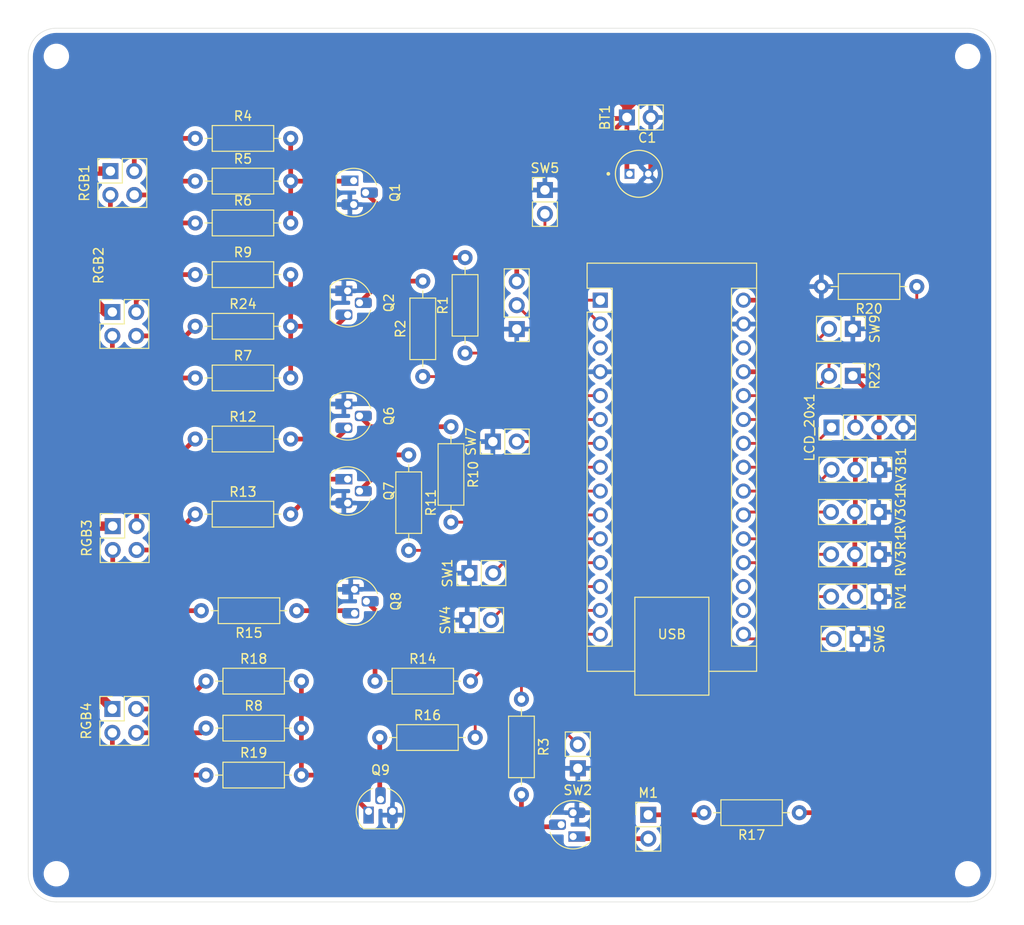
<source format=kicad_pcb>
(kicad_pcb (version 20240108) (generator "pcbnew") (generator_version "8.0")
  (layers (0 "F.Cu" signal) (31 "B.Cu" power) (34 "B.Paste" user) (35 "F.Paste" user) (36 "B.SilkS" user "B.Silkscreen") (37 "F.SilkS" user "F.Silkscreen") (38 "B.Mask" user) (39 "F.Mask" user) (44 "Edge.Cuts" user))
  (net 0 "")
  (net 2 "R3B enable")
  (net 3 "C_button_1")
  (net 4 "R2-enable")
  (net 5 "+5V")
  (net 6 "MC_signal")
  (net 7 "GND")
  (net 8 "R2_S1")
  (net 9 "R3-R")
  (net 11 "MD_light_enable")
  (net 12 "R3R enable")
  (net 14 "SDA")
  (net 15 "R2_S2")
  (net 16 "C_button_3")
  (net 17 "R1-enable")
  (net 18 "R1-D")
  (net 20 "SCL")
  (net 21 "LDR")
  (net 22 "C_button_2")
  (net 23 "R3-G")
  (net 24 "R3_S1")
  (net 25 "R3G enable")
  (net 26 "fan switch")
  (net 27 "VCC")
  (net 28 "R3-B")
  (net 29 "Net-(Q1-C)")
  (net 30 "Net-(Q1-B)")
  (net 31 "Net-(Q2-C)")
  (net 32 "Net-(Q2-B)")
  (net 33 "Net-(M1--)")
  (net 34 "Net-(Q3-B)")
  (net 35 "Net-(Q6-B)")
  (net 36 "Net-(Q6-C)")
  (net 37 "Net-(Q7-C)")
  (net 38 "Net-(Q7-B)")
  (net 39 "Net-(Q8-C)")
  (net 40 "Net-(Q8-B)")
  (net 41 "Net-(Q9-B)")
  (net 42 "Net-(Q9-C)")
  (net 43 "fan enable")
  (net 44 "Net-(RGB1-R)")
  (net 45 "Net-(RGB1-G)")
  (net 46 "Net-(RGB1-B)")
  (net 47 "Net-(RGB2-R)")
  (net 48 "Net-(RGB4-G)")
  (net 49 "Net-(RGB2-B)")
  (net 50 "Net-(RGB3-R)")
  (net 51 "Net-(RGB3-G)")
  (net 52 "Net-(RGB3-B)")
  (net 53 "Net-(M1-+)")
  (net 54 "Net-(RGB4-R)")
  (net 55 "Net-(RGB4-B)")
  (net 56 "Net-(RGB2-G)")
  (footprint "Resistor_THT:R_Axial_DIN0207_L6.3mm_D2.5mm_P10.16mm_Horizontal" (layer "F.Cu") (at 38.28 46.23)
    (property "Reference" "R9" (at 5.08 -2.37 0) (layer "F.SilkS"))
    (property "Value" "300")
    (pad "1" thru_hole circle (at 0 0) (size 1.6 1.6) (drill 0.8) (layers "*.Cu" "*.Mask") (net 49 "Net-(RGB2-B)"))
    (pad "2" thru_hole oval (at 10.16 0) (size 1.6 1.6) (drill 0.8) (layers "*.Cu" "*.Mask") (net 31 "Net-(Q2-C)"))
  )
  (footprint "Connector_PinSocket_2.54mm:PinSocket_2x02_P2.54mm_Vertical" (layer "F.Cu") (at 29.25 35.21 90)
    (property "Reference" "RGB1" (at -1.27 -2.77 90) (layer "F.SilkS"))
    (property "Value" "FD-5WSRGB-A")
    (pad "1" thru_hole rect (at 0 0 90) (size 1.7 1.7) (drill 1) (layers "*.Cu" "*.Mask") (net 27 "VCC"))
    (pad "2" thru_hole oval (at -2.54 0 90) (size 1.7 1.7) (drill 1) (layers "*.Cu" "*.Mask") (net 46 "Net-(RGB1-B)"))
    (pad "3" thru_hole oval (at 0 2.54 90) (size 1.7 1.7) (drill 1) (layers "*.Cu" "*.Mask") (net 44 "Net-(RGB1-R)"))
    (pad "4" thru_hole oval (at -2.54 2.54 90) (size 1.7 1.7) (drill 1) (layers "*.Cu" "*.Mask") (net 45 "Net-(RGB1-G)"))
  )
  (footprint "Resistor_THT:R_Axial_DIN0207_L6.3mm_D2.5mm_P10.16mm_Horizontal" (layer "F.Cu") (at 38.28 57.23)
    (property "Reference" "R7" (at 5.08 -2.37 0) (layer "F.SilkS"))
    (property "Value" "360")
    (pad "1" thru_hole circle (at 0 0) (size 1.6 1.6) (drill 0.8) (layers "*.Cu" "*.Mask") (net 47 "Net-(RGB2-R)"))
    (pad "2" thru_hole oval (at 10.16 0) (size 1.6 1.6) (drill 0.8) (layers "*.Cu" "*.Mask") (net 31 "Net-(Q2-C)"))
  )
  (footprint "Connector_PinSocket_2.54mm:PinSocket_2x02_P2.54mm_Vertical" (layer "F.Cu") (at 29.46 92.46 90)
    (property "Reference" "RGB4" (at -1.27 -2.77 90) (layer "F.SilkS"))
    (property "Value" "FD-5WSRGB-A")
    (pad "1" thru_hole rect (at 0 0 90) (size 1.7 1.7) (drill 1) (layers "*.Cu" "*.Mask") (net 27 "VCC"))
    (pad "2" thru_hole oval (at -2.54 0 90) (size 1.7 1.7) (drill 1) (layers "*.Cu" "*.Mask") (net 55 "Net-(RGB4-B)"))
    (pad "3" thru_hole oval (at 0 2.54 90) (size 1.7 1.7) (drill 1) (layers "*.Cu" "*.Mask") (net 54 "Net-(RGB4-R)"))
    (pad "4" thru_hole oval (at -2.54 2.54 90) (size 1.7 1.7) (drill 1) (layers "*.Cu" "*.Mask") (net 48 "Net-(RGB4-G)"))
  )
  (footprint "Package_TO_SOT_THT:TO-92_HandSolder" (layer "F.Cu") (at 78.5 106.04 90)
    (property "Reference" "Q3")
    (property "Value" "BC547")
    (pad "1" thru_hole rect (at 0 0 90) (size 1.1 1.8) (drill 0.75 (offset 0 0.4)) (layers "*.Cu" "*.Mask") (net 33 "Net-(M1--)"))
    (pad "2" thru_hole roundrect (at 1.27 -1.27 90) (size 1.1 1.8) (drill 0.75 (offset 0 -0.4)) (layers "*.Cu" "*.Mask") (net 34 "Net-(Q3-B)"))
    (pad "3" thru_hole roundrect (at 2.54 0 90) (size 1.1 1.8) (drill 0.75 (offset 0 0.4)) (layers "*.Cu" "*.Mask") (net 7 "GND"))
  )
  (footprint "Connector_PinHeader_2.54mm:PinHeader_1x02_P2.54mm_Vertical" (layer "F.Cu") (at 108.775 85 -90)
    (property "Reference" "SW6" (at 0 -2.33 90) (layer "F.SilkS"))
    (property "Value" "SW_SPST")
    (pad "1" thru_hole rect (at 0 0 270) (size 1.7 1.7) (drill 1) (layers "*.Cu" "*.Mask") (net 7 "GND"))
    (pad "2" thru_hole oval (at 0 2.54 270) (size 1.7 1.7) (drill 1) (layers "*.Cu" "*.Mask") (net 26 "fan switch"))
  )
  (footprint "Connector_PinHeader_2.54mm:PinHeader_1x02_P2.54mm_Vertical" (layer "F.Cu") (at 86.5 103.725)
    (property "Reference" "M1" (at 0 -2.33 0) (layer "F.SilkS"))
    (property "Value" "Fan")
    (pad "1" thru_hole rect (at 0 0) (size 1.7 1.7) (drill 1) (layers "*.Cu" "*.Mask") (net 53 "Net-(M1-+)"))
    (pad "2" thru_hole oval (at 0 2.54) (size 1.7 1.7) (drill 1) (layers "*.Cu" "*.Mask") (net 33 "Net-(M1--)"))
  )
  (footprint "Resistor_THT:R_Axial_DIN0207_L6.3mm_D2.5mm_P10.16mm_Horizontal" (layer "F.Cu") (at 115.08 47.5 180)
    (property "Reference" "R20" (at 5.08 -2.37 0) (layer "F.SilkS"))
    (property "Value" "10k")
    (pad "1" thru_hole circle (at 0 0 180) (size 1.6 1.6) (drill 0.8) (layers "*.Cu" "*.Mask") (net 21 "LDR"))
    (pad "2" thru_hole oval (at 10.16 0 180) (size 1.6 1.6) (drill 0.8) (layers "*.Cu" "*.Mask") (net 7 "GND"))
  )
  (footprint "Connector_PinHeader_2.54mm:PinHeader_1x02_P2.54mm_Vertical" (layer "F.Cu") (at 84.225 29.5 90)
    (property "Reference" "BT1" (at 0 -2.33 90) (layer "F.SilkS"))
    (property "Value" "9V")
    (pad "1" thru_hole rect (at 0 0 90) (size 1.7 1.7) (drill 1) (layers "*.Cu" "*.Mask") (net 27 "VCC"))
    (pad "2" thru_hole oval (at 0 2.54 90) (size 1.7 1.7) (drill 1) (layers "*.Cu" "*.Mask") (net 7 "GND"))
  )
  (footprint "Resistor_THT:R_Axial_DIN0207_L6.3mm_D2.5mm_P10.16mm_Horizontal" (layer "F.Cu") (at 38.28 40.73)
    (property "Reference" "R6" (at 5.08 -2.37 0) (layer "F.SilkS"))
    (property "Value" "300")
    (pad "1" thru_hole circle (at 0 0) (size 1.6 1.6) (drill 0.8) (layers "*.Cu" "*.Mask") (net 46 "Net-(RGB1-B)"))
    (pad "2" thru_hole oval (at 10.16 0) (size 1.6 1.6) (drill 0.8) (layers "*.Cu" "*.Mask") (net 29 "Net-(Q1-C)"))
  )
  (footprint "Resistor_THT:R_Axial_DIN0207_L6.3mm_D2.5mm_P10.16mm_Horizontal" (layer "F.Cu") (at 38.28 51.73)
    (property "Reference" "R24" (at 5.08 -2.37 0) (layer "F.SilkS"))
    (property "Value" "300")
    (pad "1" thru_hole circle (at 0 0) (size 1.6 1.6) (drill 0.8) (layers "*.Cu" "*.Mask") (net 56 "Net-(RGB2-G)"))
    (pad "2" thru_hole oval (at 10.16 0) (size 1.6 1.6) (drill 0.8) (layers "*.Cu" "*.Mask") (net 31 "Net-(Q2-C)"))
  )
  (footprint "Connector_PinHeader_2.54mm:PinHeader_1x03_P2.54mm_Vertical" (layer "F.Cu") (at 111.08 67 -90)
    (property "Reference" "RV3B1" (at 0 -2.33 90) (layer "F.SilkS"))
    (property "Value" "10k")
    (pad "1" thru_hole rect (at 0 0 270) (size 1.7 1.7) (drill 1) (layers "*.Cu" "*.Mask") (net 7 "GND"))
    (pad "2" thru_hole oval (at 0 5.08 270) (size 1.7 1.7) (drill 1) (layers "*.Cu" "*.Mask") (net 28 "R3-B"))
    (pad "3" thru_hole oval (at 0 2.54 270) (size 1.7 1.7) (drill 1) (layers "*.Cu" "*.Mask") (net 5 "+5V"))
  )
  (footprint "Package_TO_SOT_THT:TO-92_HandSolder" (layer "F.Cu") (at 56.73 103.36)
    (property "Reference" "Q9" (at 1.27 -4.4 0) (layer "F.SilkS"))
    (property "Value" "BC547C")
    (pad "1" thru_hole rect (at 0 0) (size 1.1 1.8) (drill 0.75 (offset 0 0.4)) (layers "*.Cu" "*.Mask") (net 42 "Net-(Q9-C)"))
    (pad "2" thru_hole roundrect (at 1.27 -1.27) (size 1.1 1.8) (drill 0.75 (offset 0 -0.4)) (layers "*.Cu" "*.Mask") (net 41 "Net-(Q9-B)"))
    (pad "3" thru_hole roundrect (at 2.54 0) (size 1.1 1.8) (drill 0.75 (offset 0 0.4)) (layers "*.Cu" "*.Mask") (net 7 "GND"))
  )
  (footprint "Connector_PinHeader_2.54mm:PinHeader_1x04_P2.54mm_Vertical" (layer "F.Cu") (at 106 62.5 90)
    (property "Reference" "LCD_20x1" (at 0 -2.33 90) (layer "F.SilkS"))
    (property "Value" "~")
    (pad "1" thru_hole rect (at 0 0 90) (size 1.7 1.7) (drill 1) (layers "*.Cu" "*.Mask") (net 14 "SDA"))
    (pad "2" thru_hole oval (at 0 2.54 90) (size 1.7 1.7) (drill 1) (layers "*.Cu" "*.Mask") (net 20 "SCL"))
    (pad "3" thru_hole oval (at 0 5.08 90) (size 1.7 1.7) (drill 1) (layers "*.Cu" "*.Mask") (net 5 "+5V"))
    (pad "4" thru_hole oval (at 0 7.62 90) (size 1.7 1.7) (drill 1) (layers "*.Cu" "*.Mask") (net 7 "GND"))
  )
  (footprint "MountingHole:MountingHole_2.2mm_M2" (layer "F.Cu") (at 120.5 23)
    (property "Reference" "H1")
    (property "Value" "MountingHole")
    (pad "" np_thru_hole circle (at 0 0) (size 2.2 2.2) (drill 2.2) (layers "*.Cu" "*.Mask"))
  )
  (footprint "Connector_PinHeader_2.54mm:PinHeader_1x02_P2.54mm_Vertical" (layer "F.Cu") (at 67.225 83 90)
    (property "Reference" "SW4" (at 0 -2.33 90) (layer "F.SilkS"))
    (property "Value" "SW_Push")
    (pad "1" thru_hole rect (at 0 0 90) (size 1.7 1.7) (drill 1) (layers "*.Cu" "*.Mask") (net 7 "GND"))
    (pad "2" thru_hole oval (at 0 2.54 90) (size 1.7 1.7) (drill 1) (layers "*.Cu" "*.Mask") (net 22 "C_button_2"))
  )
  (footprint "Connector_PinHeader_2.54mm:PinHeader_1x02_P2.54mm_Vertical" (layer "F.Cu") (at 67.46 78 90)
    (property "Reference" "SW1" (at 0 -2.33 90) (layer "F.SilkS"))
    (property "Value" "SW_SPST")
    (pad "1" thru_hole rect (at 0 0 90) (size 1.7 1.7) (drill 1) (layers "*.Cu" "*.Mask") (net 7 "GND"))
    (pad "2" thru_hole oval (at 0 2.54 90) (size 1.7 1.7) (drill 1) (layers "*.Cu" "*.Mask") (net 8 "R2_S1"))
  )
  (footprint "Package_TO_SOT_THT:TO-92_HandSolder" (layer "F.Cu") (at 54.5 60 -90)
    (property "Reference" "Q6" (at 1.27 -4.4 90) (layer "F.SilkS"))
    (property "Value" "BC547C")
    (pad "1" thru_hole rect (at 0 0 270) (size 1.1 1.8) (drill 0.75 (offset 0 0.4)) (layers "*.Cu" "*.Mask") (net 7 "GND"))
    (pad "2" thru_hole roundrect (at 1.27 -1.27 270) (size 1.1 1.8) (drill 0.75 (offset 0 -0.4)) (layers "*.Cu" "*.Mask") (net 35 "Net-(Q6-B)"))
    (pad "3" thru_hole roundrect (at 2.54 0 270) (size 1.1 1.8) (drill 0.75 (offset 0 0.4)) (layers "*.Cu" "*.Mask") (net 36 "Net-(Q6-C)"))
  )
  (footprint "Resistor_THT:R_Axial_DIN0207_L6.3mm_D2.5mm_P10.16mm_Horizontal" (layer "F.Cu") (at 62.5 57.08 90)
    (property "Reference" "R2" (at 5.08 -2.37 90) (layer "F.SilkS"))
    (property "Value" "15k")
    (pad "1" thru_hole circle (at 0 0 90) (size 1.6 1.6) (drill 0.8) (layers "*.Cu" "*.Mask") (net 17 "R1-enable"))
    (pad "2" thru_hole oval (at 10.16 0 90) (size 1.6 1.6) (drill 0.8) (layers "*.Cu" "*.Mask") (net 32 "Net-(Q2-B)"))
  )
  (footprint "Connector_PinSocket_2.54mm:PinSocket_2x02_P2.54mm_Vertical" (layer "F.Cu") (at 29.5 73 90)
    (property "Reference" "RGB3" (at -1.27 -2.77 90) (layer "F.SilkS"))
    (property "Value" "FD-5WSRGB-A")
    (pad "1" thru_hole rect (at 0 0 90) (size 1.7 1.7) (drill 1) (layers "*.Cu" "*.Mask") (net 27 "VCC"))
    (pad "2" thru_hole oval (at -2.54 0 90) (size 1.7 1.7) (drill 1) (layers "*.Cu" "*.Mask") (net 52 "Net-(RGB3-B)"))
    (pad "3" thru_hole oval (at 0 2.54 90) (size 1.7 1.7) (drill 1) (layers "*.Cu" "*.Mask") (net 50 "Net-(RGB3-R)"))
    (pad "4" thru_hole oval (at -2.54 2.54 90) (size 1.7 1.7) (drill 1) (layers "*.Cu" "*.Mask") (net 51 "Net-(RGB3-G)"))
  )
  (footprint "Resistor_THT:R_Axial_DIN0207_L6.3mm_D2.5mm_P10.16mm_Horizontal" (layer "F.Cu") (at 67 54.58 90)
    (property "Reference" "R1" (at 5.08 -2.37 90) (layer "F.SilkS"))
    (property "Value" "15k")
    (pad "1" thru_hole circle (at 0 0 90) (size 1.6 1.6) (drill 0.8) (layers "*.Cu" "*.Mask") (net 4 "R2-enable"))
    (pad "2" thru_hole oval (at 10.16 0 90) (size 1.6 1.6) (drill 0.8) (layers "*.Cu" "*.Mask") (net 30 "Net-(Q1-B)"))
  )
  (footprint "Connector_PinHeader_2.54mm:PinHeader_1x02_P2.54mm_Vertical" (layer "F.Cu") (at 108.275 57 -90)
    (property "Reference" "R23" (at 0 -2.33 90) (layer "F.SilkS"))
    (property "Value" "LDR03")
    (pad "1" thru_hole rect (at 0 0 270) (size 1.7 1.7) (drill 1) (layers "*.Cu" "*.Mask") (net 5 "+5V"))
    (pad "2" thru_hole oval (at 0 2.54 270) (size 1.7 1.7) (drill 1) (layers "*.Cu" "*.Mask") (net 21 "LDR"))
  )
  (footprint "Connector_PinHeader_2.54mm:PinHeader_1x03_P2.54mm_Vertical" (layer "F.Cu") (at 111.04 76 -90)
    (property "Reference" "RV3R1" (at 0 -2.33 90) (layer "F.SilkS"))
    (property "Value" "10k")
    (pad "1" thru_hole rect (at 0 0 270) (size 1.7 1.7) (drill 1) (layers "*.Cu" "*.Mask") (net 7 "GND"))
    (pad "2" thru_hole oval (at 0 5.08 270) (size 1.7 1.7) (drill 1) (layers "*.Cu" "*.Mask") (net 9 "R3-R"))
    (pad "3" thru_hole oval (at 0 2.54 270) (size 1.7 1.7) (drill 1) (layers "*.Cu" "*.Mask") (net 5 "+5V"))
  )
  (footprint "Package_TO_SOT_THT:TO-92_HandSolder" (layer "F.Cu") (at 54.5 68 -90)
    (property "Reference" "Q7" (at 1.27 -4.4 90) (layer "F.SilkS"))
    (property "Value" "BC547C")
    (pad "1" thru_hole rect (at 0 0 270) (size 1.1 1.8) (drill 0.75 (offset 0 0.4)) (layers "*.Cu" "*.Mask") (net 37 "Net-(Q7-C)"))
    (pad "2" thru_hole roundrect (at 1.27 -1.27 270) (size 1.1 1.8) (drill 0.75 (offset 0 -0.4)) (layers "*.Cu" "*.Mask") (net 38 "Net-(Q7-B)"))
    (pad "3" thru_hole roundrect (at 2.54 0 270) (size 1.1 1.8) (drill 0.75 (offset 0 0.4)) (layers "*.Cu" "*.Mask") (net 7 "GND"))
  )
  (footprint "Package_TO_SOT_THT:TO-92_HandSolder" (layer "F.Cu") (at 55.14 36.23 -90)
    (property "Reference" "Q1" (at 1.27 -4.4 -90) (layer "F.SilkS"))
    (property "Value" "BC547C")
    (pad "1" thru_hole rect (at 0 0 270) (size 1.1 1.8) (drill 0.75 (offset 0 0.4)) (layers "*.Cu" "*.Mask") (net 29 "Net-(Q1-C)"))
    (pad "2" thru_hole roundrect (at 1.27 -1.27 270) (size 1.1 1.8) (drill 0.75 (offset 0 -0.4)) (layers "*.Cu" "*.Mask") (net 30 "Net-(Q1-B)"))
    (pad "3" thru_hole roundrect (at 2.54 0 270) (size 1.1 1.8) (drill 0.75 (offset 0 0.4)) (layers "*.Cu" "*.Mask") (net 7 "GND"))
  )
  (footprint "Connector_PinSocket_2.54mm:PinSocket_2x02_P2.54mm_Vertical" (layer "F.Cu") (at 29.46 50.21 90)
    (property "Reference" "RGB2" (at 4.96 -1.46 90) (layer "F.SilkS"))
    (property "Value" "FD-5WSRGB-A")
    (pad "1" thru_hole rect (at 0 0 90) (size 1.7 1.7) (drill 1) (layers "*.Cu" "*.Mask") (net 27 "VCC"))
    (pad "2" thru_hole oval (at -2.54 0 90) (size 1.7 1.7) (drill 1) (layers "*.Cu" "*.Mask") (net 47 "Net-(RGB2-R)"))
    (pad "3" thru_hole oval (at 0 2.54 90) (size 1.7 1.7) (drill 1) (layers "*.Cu" "*.Mask") (net 49 "Net-(RGB2-B)"))
    (pad "4" thru_hole oval (at -2.54 2.54 90) (size 1.7 1.7) (drill 1) (layers "*.Cu" "*.Mask") (net 56 "Net-(RGB2-G)"))
  )
  (footprint "Resistor_THT:R_Axial_DIN0207_L6.3mm_D2.5mm_P10.16mm_Horizontal" (layer "F.Cu") (at 61 65.42 -90)
    (property "Reference" "R11" (at 5.08 -2.37 90) (layer "F.SilkS"))
    (property "Value" "45k")
    (pad "1" thru_hole circle (at 0 0 270) (size 1.6 1.6) (drill 0.8) (layers "*.Cu" "*.Mask") (net 38 "Net-(Q7-B)"))
    (pad "2" thru_hole oval (at 10.16 0 270) (size 1.6 1.6) (drill 0.8) (layers "*.Cu" "*.Mask") (net 25 "R3G enable"))
  )
  (footprint "Connector_PinHeader_2.54mm:PinHeader_1x03_P2.54mm_Vertical" (layer "F.Cu") (at 111.025 71.5 -90)
    (property "Reference" "RV3G1" (at 0 -2.33 90) (layer "F.SilkS"))
    (property "Value" "10k")
    (pad "1" thru_hole rect (at 0 0 270) (size 1.7 1.7) (drill 1) (layers "*.Cu" "*.Mask") (net 7 "GND"))
    (pad "2" thru_hole oval (at 0 5.08 270) (size 1.7 1.7) (drill 1) (layers "*.Cu" "*.Mask") (net 23 "R3-G"))
    (pad "3" thru_hole oval (at 0 2.54 270) (size 1.7 1.7) (drill 1) (layers "*.Cu" "*.Mask") (net 5 "+5V"))
  )
  (footprint "Resistor_THT:R_Axial_DIN0207_L6.3mm_D2.5mm_P10.16mm_Horizontal" (layer "F.Cu") (at 38.28 71.73)
    (property "Reference" "R13" (at 5.08 -2.37 0) (layer "F.SilkS"))
    (property "Value" "300")
    (pad "1" thru_hole circle (at 0 0) (size 1.6 1.6) (drill 0.8) (layers "*.Cu" "*.Mask") (net 51 "Net-(RGB3-G)"))
    (pad "2" thru_hole oval (at 10.16 0) (size 1.6 1.6) (drill 0.8) (layers "*.Cu" "*.Mask") (net 37 "Net-(Q7-C)"))
  )
  (footprint "Resistor_THT:R_Axial_DIN0207_L6.3mm_D2.5mm_P10.16mm_Horizontal" (layer "F.Cu") (at 102.58 103.5 180)
    (property "Reference" "R17" (at 5.08 -2.37 0) (layer "F.SilkS"))
    (property "Value" "52")
    (pad "1" thru_hole circle (at 0 0 180) (size 1.6 1.6) (drill 0.8) (layers "*.Cu" "*.Mask") (net 27 "VCC"))
    (pad "2" thru_hole oval (at 10.16 0 180) (size 1.6 1.6) (drill 0.8) (layers "*.Cu" "*.Mask") (net 53 "Net-(M1-+)"))
  )
  (footprint "Connector_PinHeader_2.54mm:PinHeader_1x02_P2.54mm_Vertical" (layer "F.Cu") (at 79 98.775 180)
    (property "Reference" "SW2" (at 0 -2.33 0) (layer "F.SilkS"))
    (property "Value" "SW_SPST")
    (pad "1" thru_hole rect (at 0 0 180) (size 1.7 1.7) (drill 1) (layers "*.Cu" "*.Mask") (net 7 "GND"))
    (pad "2" thru_hole oval (at 0 2.54 180) (size 1.7 1.7) (drill 1) (layers "*.Cu" "*.Mask") (net 15 "R2_S2"))
  )
  (footprint "MountingHole:MountingHole_2.2mm_M2" (layer "F.Cu") (at 23.5 110)
    (property "Reference" "H3")
    (property "Value" "MountingHole")
    (pad "" np_thru_hole circle (at 0 0) (size 2.2 2.2) (drill 2.2) (layers "*.Cu" "*.Mask"))
  )
  (footprint "MountingHole:MountingHole_2.2mm_M2" (layer "F.Cu") (at 23.5 23)
    (property "Reference" "H4")
    (property "Value" "MountingHole")
    (pad "" np_thru_hole circle (at 0 0) (size 2.2 2.2) (drill 2.2) (layers "*.Cu" "*.Mask"))
  )
  (footprint "Resistor_THT:R_Axial_DIN0207_L6.3mm_D2.5mm_P10.16mm_Horizontal" (layer "F.Cu") (at 49.08 82 180)
    (property "Reference" "R15" (at 5.08 -2.37 0) (layer "F.SilkS"))
    (property "Value" "300")
    (pad "1" thru_hole circle (at 0 0 180) (size 1.6 1.6) (drill 0.8) (layers "*.Cu" "*.Mask") (net 39 "Net-(Q8-C)"))
    (pad "2" thru_hole oval (at 10.16 0 180) (size 1.6 1.6) (drill 0.8) (layers "*.Cu" "*.Mask") (net 52 "Net-(RGB3-B)"))
  )
  (footprint "Resistor_THT:R_Axial_DIN0207_L6.3mm_D2.5mm_P10.16mm_Horizontal" (layer "F.Cu") (at 65.5 62.42 -90)
    (property "Reference" "R10" (at 5.08 -2.37 90) (layer "F.SilkS"))
    (property "Value" "45k")
    (pad "1" thru_hole circle (at 0 0 270) (size 1.6 1.6) (drill 0.8) (layers "*.Cu" "*.Mask") (net 35 "Net-(Q6-B)"))
    (pad "2" thru_hole oval (at 10.16 0 270) (size 1.6 1.6) (drill 0.8) (layers "*.Cu" "*.Mask") (net 12 "R3R enable"))
  )
  (footprint "Resistor_THT:R_Axial_DIN0207_L6.3mm_D2.5mm_P10.16mm_Horizontal" (layer "F.Cu") (at 39.42 99.5)
    (property "Reference" "R19" (at 5.08 -2.37 0) (layer "F.SilkS"))
    (property "Value" "300")
    (pad "1" thru_hole circle (at 0 0) (size 1.6 1.6) (drill 0.8) (layers "*.Cu" "*.Mask") (net 55 "Net-(RGB4-B)"))
    (pad "2" thru_hole oval (at 10.16 0) (size 1.6 1.6) (drill 0.8) (layers "*.Cu" "*.Mask") (net 42 "Net-(Q9-C)"))
  )
  (footprint "Connector_PinHeader_2.54mm:PinHeader_1x03_P2.54mm_Vertical" (layer "F.Cu") (at 72.5 52.025 180)
    (property "Reference" "HC–SR505PIR1")
    (property "Value" "~")
    (pad "1" thru_hole rect (at 0 0 180) (size 1.7 1.7) (drill 1) (layers "*.Cu" "*.Mask") (net 7 "GND"))
    (pad "2" thru_hole oval (at 0 2.54 180) (size 1.7 1.7) (drill 1) (layers "*.Cu" "*.Mask") (net 6 "MC_signal"))
    (pad "3" thru_hole oval (at 0 5.08 180) (size 1.7 1.7) (drill 1) (layers "*.Cu" "*.Mask") (net 27 "VCC"))
  )
  (footprint "Connector_PinHeader_2.54mm:PinHeader_1x02_P2.54mm_Vertical" (layer "F.Cu") (at 75.5 37.225)
    (property "Reference" "SW5" (at 0 -2.33 0) (layer "F.SilkS"))
    (property "Value" "SW_Push")
    (pad "1" thru_hole rect (at 0 0) (size 1.7 1.7) (drill 1) (layers "*.Cu" "*.Mask") (net 7 "GND"))
    (pad "2" thru_hole oval (at 0 2.54) (size 1.7 1.7) (drill 1) (layers "*.Cu" "*.Mask") (net 3 "C_button_1"))
  )
  (footprint "Resistor_THT:R_Axial_DIN0207_L6.3mm_D2.5mm_P10.16mm_Horizontal" (layer "F.Cu") (at 57.92 95.5)
    (property "Reference" "R16" (at 5.08 -2.37 0) (layer "F.SilkS"))
    (property "Value" "15k")
    (pad "1" thru_hole circle (at 0 0) (size 1.6 1.6) (drill 0.8) (layers "*.Cu" "*.Mask") (net 41 "Net-(Q9-B)"))
    (pad "2" thru_hole oval (at 10.16 0) (size 1.6 1.6) (drill 0.8) (layers "*.Cu" "*.Mask") (net 11 "MD_light_enable"))
  )
  (footprint "Package_TO_SOT_THT:TO-92_HandSolder" (layer "F.Cu") (at 55.23 79.73 -90)
    (property "Reference" "Q8" (at 1.27 -4.4 90) (layer "F.SilkS"))
    (property "Value" "BC547C")
    (pad "1" thru_hole rect (at 0 0 270) (size 1.1 1.8) (drill 0.75 (offset 0 0.4)) (layers "*.Cu" "*.Mask") (net 7 "GND"))
    (pad "2" thru_hole roundrect (at 1.27 -1.27 270) (size 1.1 1.8) (drill 0.75 (offset 0 -0.4)) (layers "*.Cu" "*.Mask") (net 40 "Net-(Q8-B)"))
    (pad "3" thru_hole roundrect (at 2.54 0 270) (size 1.1 1.8) (drill 0.75 (offset 0 0.4)) (layers "*.Cu" "*.Mask") (net 39 "Net-(Q8-C)"))
  )
  (footprint "Resistor_THT:R_Axial_DIN0207_L6.3mm_D2.5mm_P10.16mm_Horizontal" (layer "F.Cu") (at 39.42 94.5)
    (property "Reference" "R8" (at 5.08 -2.37 0) (layer "F.SilkS"))
    (property "Value" "300")
    (pad "1" thru_hole circle (at 0 0) (size 1.6 1.6) (drill 0.8) (layers "*.Cu" "*.Mask") (net 48 "Net-(RGB4-G)"))
    (pad "2" thru_hole oval (at 10.16 0) (size 1.6 1.6) (drill 0.8) (layers "*.Cu" "*.Mask") (net 42 "Net-(Q9-C)"))
  )
  (footprint "Connector_PinHeader_2.54mm:PinHeader_1x02_P2.54mm_Vertical" (layer "F.Cu") (at 69.96 64 90)
    (property "Reference" "SW7" (at 0 -2.33 90) (layer "F.SilkS"))
    (property "Value" "SW_Push")
    (pad "1" thru_hole rect (at 0 0 90) (size 1.7 1.7) (drill 1) (layers "*.Cu" "*.Mask") (net 7 "GND"))
    (pad "2" thru_hole oval (at 0 2.54 90) (size 1.7 1.7) (drill 1) (layers "*.Cu" "*.Mask") (net 16 "C_button_3"))
  )
  (footprint "Resistor_THT:R_Axial_DIN0207_L6.3mm_D2.5mm_P10.16mm_Horizontal" (layer "F.Cu") (at 38.28 63.73)
    (property "Reference" "R12" (at 5.08 -2.37 0) (layer "F.SilkS"))
    (property "Value" "360")
    (pad "1" thru_hole circle (at 0 0) (size 1.6 1.6) (drill 0.8) (layers "*.Cu" "*.Mask") (net 50 "Net-(RGB3-R)"))
    (pad "2" thru_hole oval (at 10.16 0) (size 1.6 1.6) (drill 0.8) (layers "*.Cu" "*.Mask") (net 36 "Net-(Q6-C)"))
  )
  (footprint "Module:Arduino_Nano" (layer "F.Cu") (at 81.39 48.95)
    (property "Reference" "A1" (hide yes))
    (property "Value" "Arduino_Nano_v3.x")
    (fp_text user "USB" (at 7.62 35.56 0) (layer "F.SilkS"))
    (pad "1" thru_hole rect (at 0 0) (size 1.6 1.6) (drill 1) (layers "*.Cu" "*.Mask") (net 3 "C_button_1"))
    (pad "2" thru_hole oval (at 0 2.54) (size 1.6 1.6) (drill 1) (layers "*.Cu" "*.Mask") (net 6 "MC_signal"))
    (pad "3" thru_hole oval (at 0 5.08) (size 1.6 1.6) (drill 1) (layers "*.Cu" "*.Mask"))
    (pad "4" thru_hole oval (at 0 7.62) (size 1.6 1.6) (drill 1) (layers "*.Cu" "*.Mask") (net 7 "GND"))
    (pad "5" thru_hole oval (at 0 10.16) (size 1.6 1.6) (drill 1) (layers "*.Cu" "*.Mask") (net 4 "R2-enable"))
    (pad "6" thru_hole oval (at 0 12.7) (size 1.6 1.6) (drill 1) (layers "*.Cu" "*.Mask") (net 17 "R1-enable"))
    (pad "7" thru_hole oval (at 0 15.24) (size 1.6 1.6) (drill 1) (layers "*.Cu" "*.Mask") (net 16 "C_button_3"))
    (pad "8" thru_hole oval (at 0 17.78) (size 1.6 1.6) (drill 1) (layers "*.Cu" "*.Mask") (net 12 "R3R enable"))
    (pad "9" thru_hole oval (at 0 20.32) (size 1.6 1.6) (drill 1) (layers "*.Cu" "*.Mask") (net 25 "R3G enable"))
    (pad "10" thru_hole oval (at 0 22.86) (size 1.6 1.6) (drill 1) (layers "*.Cu" "*.Mask") (net 8 "R2_S1"))
    (pad "11" thru_hole oval (at 0 25.4) (size 1.6 1.6) (drill 1) (layers "*.Cu" "*.Mask") (net 22 "C_button_2"))
    (pad "12" thru_hole oval (at 0 27.94) (size 1.6 1.6) (drill 1) (layers "*.Cu" "*.Mask") (net 2 "R3B enable"))
    (pad "13" thru_hole oval (at 0 30.48) (size 1.6 1.6) (drill 1) (layers "*.Cu" "*.Mask") (net 11 "MD_light_enable"))
    (pad "14" thru_hole oval (at 0 33.02) (size 1.6 1.6) (drill 1) (layers "*.Cu" "*.Mask") (net 43 "fan enable"))
    (pad "15" thru_hole oval (at 0 35.56) (size 1.6 1.6) (drill 1) (layers "*.Cu" "*.Mask") (net 15 "R2_S2"))
    (pad "16" thru_hole oval (at 15.24 35.56) (size 1.6 1.6) (drill 1) (layers "*.Cu" "*.Mask") (net 26 "fan switch"))
    (pad "17" thru_hole oval (at 15.24 33.02) (size 1.6 1.6) (drill 1) (layers "*.Cu" "*.Mask"))
    (pad "18" thru_hole oval (at 15.24 30.48) (size 1.6 1.6) (drill 1) (layers "*.Cu" "*.Mask"))
    (pad "19" thru_hole oval (at 15.24 27.94) (size 1.6 1.6) (drill 1) (layers "*.Cu" "*.Mask") (net 18 "R1-D"))
    (pad "20" thru_hole oval (at 15.24 25.4) (size 1.6 1.6) (drill 1) (layers "*.Cu" "*.Mask") (net 9 "R3-R"))
    (pad "21" thru_hole oval (at 15.24 22.86) (size 1.6 1.6) (drill 1) (layers "*.Cu" "*.Mask") (net 23 "R3-G"))
    (pad "22" thru_hole oval (at 15.24 20.32) (size 1.6 1.6) (drill 1) (layers "*.Cu" "*.Mask") (net 28 "R3-B"))
    (pad "23" thru_hole oval (at 15.24 17.78) (size 1.6 1.6) (drill 1) (layers "*.Cu" "*.Mask") (net 14 "SDA"))
    (pad "24" thru_hole oval (at 15.24 15.24) (size 1.6 1.6) (drill 1) (layers "*.Cu" "*.Mask") (net 20 "SCL"))
    (pad "25" thru_hole oval (at 15.24 12.7) (size 1.6 1.6) (drill 1) (layers "*.Cu" "*.Mask") (net 21 "LDR"))
    (pad "26" thru_hole oval (at 15.24 10.16) (size 1.6 1.6) (drill 1) (layers "*.Cu" "*.Mask") (net 24 "R3_S1"))
    (pad "27" thru_hole oval (at 15.24 7.62) (size 1.6 1.6) (drill 1) (layers "*.Cu" "*.Mask") (net 5 "+5V"))
    (pad "28" thru_hole oval (at 15.24 5.08) (size 1.6 1.6) (drill 1) (layers "*.Cu" "*.Mask"))
    (pad "29" thru_hole oval (at 15.24 2.54) (size 1.6 1.6) (drill 1) (layers "*.Cu" "*.Mask") (net 7 "GND"))
    (pad "30" thru_hole oval (at 15.24 0) (size 1.6 1.6) (drill 1) (layers "*.Cu" "*.Mask") (net 27 "VCC"))
  )
  (footprint "Resistor_THT:R_Axial_DIN0207_L6.3mm_D2.5mm_P10.16mm_Horizontal" (layer "F.Cu") (at 39.42 89.5)
    (property "Reference" "R18" (at 5.08 -2.37 0) (layer "F.SilkS"))
    (property "Value" "360")
    (pad "1" thru_hole circle (at 0 0) (size 1.6 1.6) (drill 0.8) (layers "*.Cu" "*.Mask") (net 54 "Net-(RGB4-R)"))
    (pad "2" thru_hole oval (at 10.16 0) (size 1.6 1.6) (drill 0.8) (layers "*.Cu" "*.Mask") (net 42 "Net-(Q9-C)"))
  )
  (footprint "Resistor_THT:R_Axial_DIN0207_L6.3mm_D2.5mm_P10.16mm_Horizontal" (layer "F.Cu") (at 73 91.42 -90)
    (property "Reference" "R3" (at 5.08 -2.37 90) (layer "F.SilkS"))
    (property "Value" "7.5k")
    (pad "1" thru_hole circle (at 0 0 270) (size 1.6 1.6) (drill 0.8) (layers "*.Cu" "*.Mask") (net 43 "fan enable"))
    (pad "2" thru_hole oval (at 10.16 0 270) (size 1.6 1.6) (drill 0.8) (layers "*.Cu" "*.Mask") (net 34 "Net-(Q3-B)"))
  )
  (footprint "Connector_PinHeader_2.54mm:PinHeader_1x02_P2.54mm_Vertical" (layer "F.Cu") (at 108.275 52 -90)
    (property "Reference" "SW9" (at 0 -2.33 90) (layer "F.SilkS"))
    (property "Value" "SW_SPST")
    (pad "1" thru_hole rect (at 0 0 270) (size 1.7 1.7) (drill 1) (layers "*.Cu" "*.Mask") (net 7 "GND"))
    (pad "2" thru_hole oval (at 0 2.54 270) (size 1.7 1.7) (drill 1) (layers "*.Cu" "*.Mask") (net 24 "R3_S1"))
  )
  (footprint "Resistor_THT:R_Axial_DIN0207_L6.3mm_D2.5mm_P10.16mm_Horizontal" (layer "F.Cu") (at 38.28 31.73)
    (property "Reference" "R4" (at 5.08 -2.37 0) (layer "F.SilkS"))
    (property "Value" "360")
    (pad "1" thru_hole circle (at 0 0) (size 1.6 1.6) (drill 0.8) (layers "*.Cu" "*.Mask") (net 44 "Net-(RGB1-R)"))
    (pad "2" thru_hole oval (at 10.16 0) (size 1.6 1.6) (drill 0.8) (layers "*.Cu" "*.Mask") (net 29 "Net-(Q1-C)"))
  )
  (footprint "Library:CAPPRD200W45D500H500" (layer "F.Cu") (at 85.5 35.5)
    (property "Reference" "C1" (at 0.8833 -3.835 0) (layer "F.SilkS"))
    (property "Value" "4.7µF")
    (pad "" thru_hole circle (at 1 0) (size 1.05 1.05) (drill 0.7) (layers "*.Cu" "*.Mask") (net 7 "GND"))
    (pad "P" thru_hole rect (at -1 0) (size 1.05 1.05) (drill 0.7) (layers "*.Cu" "*.Mask" "Eco1.User") (net 27 "VCC"))
  )
  (footprint "Resistor_THT:R_Axial_DIN0207_L6.3mm_D2.5mm_P10.16mm_Horizontal" (layer "F.Cu") (at 57.42 89.5)
    (property "Reference" "R14" (at 5.08 -2.37 0) (layer "F.SilkS"))
    (property "Value" "45k")
    (pad "1" thru_hole circle (at 0 0) (size 1.6 1.6) (drill 0.8) (layers "*.Cu" "*.Mask") (net 40 "Net-(Q8-B)"))
    (pad "2" thru_hole oval (at 10.16 0) (size 1.6 1.6) (drill 0.8) (layers "*.Cu" "*.Mask") (net 2 "R3B enable"))
  )
  (footprint "MountingHole:MountingHole_2.2mm_M2" (layer "F.Cu") (at 120.5 110)
    (property "Reference" "H2")
    (property "Value" "MountingHole")
    (pad "" np_thru_hole circle (at 0 0) (size 2.2 2.2) (drill 2.2) (layers "*.Cu" "*.Mask"))
  )
  (footprint "Connector_PinHeader_2.54mm:PinHeader_1x03_P2.54mm_Vertical" (layer "F.Cu") (at 111.04 80.5 -90)
    (property "Reference" "RV1" (at 0 -2.33 90) (layer "F.SilkS"))
    (property "Value" "10k")
    (pad "1" thru_hole rect (at 0 0 270) (size 1.7 1.7) (drill 1) (layers "*.Cu" "*.Mask") (net 7 "GND"))
    (pad "2" thru_hole oval (at 0 5.08 270) (size 1.7 1.7) (drill 1) (layers "*.Cu" "*.Mask") (net 18 "R1-D"))
    (pad "3" thru_hole oval (at 0 2.54 270) (size 1.7 1.7) (drill 1) (layers "*.Cu" "*.Mask") (net 5 "+5V"))
  )
  (footprint "Package_TO_SOT_THT:TO-92_HandSolder" (layer "F.Cu") (at 54.5 47.96 -90)
    (property "Reference" "Q2" (at 1.27 -4.4 -90) (layer "F.SilkS"))
    (property "Value" "BC547C")
    (pad "1" thru_hole rect (at 0 0 270) (size 1.1 1.8) (drill 0.75 (offset 0 0.4)) (layers "*.Cu" "*.Mask") (net 7 "GND"))
    (pad "2" thru_hole roundrect (at 1.27 -1.27 270) (size 1.1 1.8) (drill 0.75 (offset 0 -0.4)) (layers "*.Cu" "*.Mask") (net 32 "Net-(Q2-B)"))
    (pad "2" thru_hole roundrect (at 2.54 0 270) (size 1.1 1.8) (drill 0.75 (offset 0 0.4)) (layers "*.Cu" "*.Mask") (net 31 "Net-(Q2-C)"))
  )
  (footprint "Resistor_THT:R_Axial_DIN0207_L6.3mm_D2.5mm_P10.16mm_Horizontal" (layer "F.Cu") (at 38.28 36.28)
    (property "Reference" "R5" (at 5.08 -2.37 0) (layer "F.SilkS"))
    (property "Value" "300")
    (pad "1" thru_hole circle (at 0 0) (size 1.6 1.6) (drill 0.8) (layers "*.Cu" "*.Mask") (net 45 "Net-(RGB1-G)"))
    (pad "2" thru_hole oval (at 10.16 0) (size 1.6 1.6) (drill 0.8) (layers "*.Cu" "*.Mask") (net 29 "Net-(Q1-C)"))
  )
  (gr_arc (start 120.5 20) (mid 122.62132 20.87868) (end 123.5 23) (stroke (width 0.05)) (layer "Edge.Cuts"))
  (gr_line (start 120.5 113) (end 23.5 113) (stroke (width 0.05)) (layer "Edge.Cuts"))
  (gr_arc (start 20.5 23) (mid 21.37868 20.87868) (end 23.5 20) (stroke (width 0.05)) (layer "Edge.Cuts"))
  (gr_line (start 123.5 110) (end 123.5 23) (stroke (width 0.05)) (layer "Edge.Cuts"))
  (gr_line (start 23.5 20) (end 120.5 20) (stroke (width 0.05)) (layer "Edge.Cuts"))
  (gr_arc (start 23.5 113) (mid 21.37868 112.12132) (end 20.5 110) (stroke (width 0.05)) (layer "Edge.Cuts"))
  (gr_line (start 20.5 23) (end 20.5 110) (stroke (width 0.05)) (layer "Edge.Cuts"))
  (gr_arc (start 123.5 110) (mid 122.62132 112.12132) (end 120.5 113) (stroke (width 0.05)) (layer "Edge.Cuts"))
  (segment (start 77 80.08) (end 67.58 89.5) (width 0.3) (layer "F.Cu") (net 2))
  (segment (start 81.39 76.89) (end 79.11 76.89) (width 0.3) (layer "F.Cu") (net 2))
  (segment (start 77 79) (end 77 80.08) (width 0.3) (layer "F.Cu") (net 2))
  (segment (start 79.11 76.89) (end 77 79) (width 0.3) (layer "F.Cu") (net 2))
  (segment (start 75.5 46.5) (end 77.95 48.95) (width 0.3) (layer "F.Cu") (net 3))
  (segment (start 77.95 48.95) (end 81.39 48.95) (width 0.3) (layer "F.Cu") (net 3))
  (segment (start 75.5 39.765) (end 75.5 46.5) (width 0.3) (layer "F.Cu") (net 3))
  (segment (start 77.61 59.11) (end 73.08 54.58) (width 0.3) (layer "F.Cu") (net 4))
  (segment (start 81.39 59.11) (end 77.61 59.11) (width 0.3) (layer "F.Cu") (net 4))
  (segment (start 73.08 54.58) (end 67 54.58) (width 0.3) (layer "F.Cu") (net 4))
  (segment (start 96.63 56.57) (end 100.43 56.57) (width 0.5) (layer "F.Cu") (net 5))
  (segment (start 102.5 52.5) (end 102.5 45.5) (width 0.5) (layer "F.Cu") (net 5))
  (segment (start 113 57) (end 108.275 57) (width 0.5) (layer "F.Cu") (net 5))
  (segment (start 111.08 62.5) (end 111.08 64.42) (width 0.5) (layer "F.Cu") (net 5))
  (segment (start 102.5 45.5) (end 103.5 44.5) (width 0.5) (layer "F.Cu") (net 5))
  (segment (start 111.08 59.805) (end 111.08 62.5) (width 0.5) (layer "F.Cu") (net 5))
  (segment (start 117.5 52.5) (end 113 57) (width 0.5) (layer "F.Cu") (net 5))
  (segment (start 108.5 76) (end 108.5 80.5) (width 0.5) (layer "F.Cu") (net 5))
  (segment (start 100.43 56.57) (end 101.5 55.5) (width 0.5) (layer "F.Cu") (net 5))
  (segment (start 108.275 57) (end 111.08 59.805) (width 0.5) (layer "F.Cu") (net 5))
  (segment (start 111.08 64.42) (end 110.5 65) (width 0.5) (layer "F.Cu") (net 5))
  (segment (start 108.485 71.5) (end 108.485 75.985) (width 0.5) (layer "F.Cu") (net 5))
  (segment (start 109.337919 65) (end 108.54 65.797919) (width 0.5) (layer "F.Cu") (net 5))
  (segment (start 101.5 55.5) (end 101.5 53.5) (width 0.5) (layer "F.Cu") (net 5))
  (segment (start 108.54 71.445) (end 108.485 71.5) (width 0.5) (layer "F.Cu") (net 5))
  (segment (start 110.5 65) (end 109.337919 65) (width 0.5) (layer "F.Cu") (net 5))
  (segment (start 108.485 75.985) (end 108.5 76) (width 0.5) (layer "F.Cu") (net 5))
  (segment (start 108.54 67) (end 108.54 71.445) (width 0.5) (layer "F.Cu") (net 5))
  (segment (start 101.5 53.5) (end 102.5 52.5) (width 0.5) (layer "F.Cu") (net 5))
  (segment (start 117.5 46) (end 117.5 52.5) (width 0.5) (layer "F.Cu") (net 5))
  (segment (start 103.5 44.5) (end 116 44.5) (width 0.5) (layer "F.Cu") (net 5))
  (segment (start 116 44.5) (end 117.5 46) (width 0.5) (layer "F.Cu") (net 5))
  (segment (start 108.54 65.797919) (end 108.54 67) (width 0.5) (layer "F.Cu") (net 5))
  (segment (start 73.54 50.525) (end 72.5 49.485) (width 0.3) (layer "F.Cu") (net 6))
  (segment (start 80.425 50.525) (end 73.54 50.525) (width 0.3) (layer "F.Cu") (net 6))
  (segment (start 81.39 51.49) (end 80.425 50.525) (width 0.3) (layer "F.Cu") (net 6))
  (segment (start 67.225 78.235) (end 67.46 78) (width 0.5) (layer "F.Cu") (net 7))
  (segment (start 86.765 35.235) (end 86.5 35.5) (width 0.5) (layer "F.Cu") (net 7))
  (segment (start 86.765 29.5) (end 86.765 35.235) (width 0.5) (layer "F.Cu") (net 7))
  (segment (start 111.025 75.985) (end 111.04 76) (width 0.3) (layer "F.Cu") (net 7))
  (segment (start 110.5 81) (end 111 80.5) (width 0.3) (layer "F.Cu") (net 7))
  (segment (start 111 76.04) (end 111.04 76) (width 0.3) (layer "F.Cu") (net 7))
  (segment (start 110 82.54) (end 110.04 82.5) (width 0.3) (layer "B.Cu") (net 7))
  (segment (start 110.025 77.525) (end 110.08 77.47) (width 0.3) (layer "B.Cu") (net 7))
  (segment (start 110.025 78) (end 110.025 77.525) (width 0.3) (layer "B.Cu") (net 7))
  (segment (start 55.23 79.73) (end 55.48 79.48) (width 0.5) (layer "B.Cu") (net 7))
  (segment (start 110.04 78.015) (end 110.025 78) (width 0.3) (layer "B.Cu") (net 7))
  (segment (start 78.5 103.5) (end 78.47 103.47) (width 0.5) (layer "B.Cu") (net 7))
  (segment (start 67.225 78.235) (end 67.46 78) (width 0.5) (layer "B.Cu") (net 7))
  (segment (start 78.5 99.275) (end 79 98.775) (width 0.5) (layer "B.Cu") (net 7))
  (segment (start 54.5 60) (end 54.53 59.97) (width 0.5) (layer "B.Cu") (net 7))
  (segment (start 107.775 91.5) (end 108.5 91.5) (width 0.5) (layer "B.Cu") (net 7))
  (segment (start 70 78) (end 76.19 71.81) (width 0.3) (layer "F.Cu") (net 8))
  (segment (start 76.19 71.81) (end 81.39 71.81) (width 0.3) (layer "F.Cu") (net 8))
  (segment (start 101.5 76) (end 99.85 74.35) (width 0.3) (layer "F.Cu") (net 9))
  (segment (start 105.96 76) (end 101.5 76) (width 0.3) (layer "F.Cu") (net 9))
  (segment (start 99.85 74.35) (end 96.63 74.35) (width 0.3) (layer "F.Cu") (net 9))
  (segment (start 68.08 93.42) (end 68.08 95.5) (width 0.3) (layer "F.Cu") (net 11))
  (segment (start 81.39 79.43) (end 79.57 79.43) (width 0.3) (layer "F.Cu") (net 11))
  (segment (start 78.5 80.5) (end 78.5 81) (width 0.3) (layer "F.Cu") (net 11))
  (segment (start 78.5 81) (end 70.5 89) (width 0.3) (layer "F.Cu") (net 11))
  (segment (start 79.57 79.43) (end 78.5 80.5) (width 0.3) (layer "F.Cu") (net 11))
  (segment (start 70.5 89) (end 70.5 91) (width 0.3) (layer "F.Cu") (net 11))
  (segment (start 70.5 91) (end 68.08 93.42) (width 0.3) (layer "F.Cu") (net 11))
  (segment (start 65.5 72.58) (end 69.42 72.58) (width 0.3) (layer "F.Cu") (net 12))
  (segment (start 69.42 72.58) (end 75.27 66.73) (width 0.3) (layer "F.Cu") (net 12))
  (segment (start 75.27 66.73) (end 81.39 66.73) (width 0.3) (layer "F.Cu") (net 12))
  (segment (start 101.77 66.73) (end 96.63 66.73) (width 0.3) (layer "F.Cu") (net 14))
  (segment (start 106 62.5) (end 101.77 66.73) (width 0.3) (layer "F.Cu") (net 14))
  (segment (start 81.39 84.51) (end 79.49 84.51) (width 0.3) (layer "F.Cu") (net 15))
  (segment (start 77.5 94.735) (end 79 96.235) (width 0.3) (layer "F.Cu") (net 15))
  (segment (start 77.5 86.5) (end 77.5 94.735) (width 0.3) (layer "F.Cu") (net 15))
  (segment (start 79.49 84.51) (end 77.5 86.5) (width 0.3) (layer "F.Cu") (net 15))
  (segment (start 79.5 64) (end 72.5 64) (width 0.3) (layer "F.Cu") (net 16))
  (segment (start 81.39 64.19) (end 79.69 64.19) (width 0.3) (layer "F.Cu") (net 16))
  (segment (start 79.69 64.19) (end 79.5 64) (width 0.3) (layer "F.Cu") (net 16))
  (segment (start 74.08 59.08) (end 76.65 61.65) (width 0.3) (layer "F.Cu") (net 17))
  (segment (start 76.65 61.65) (end 81.39 61.65) (width 0.3) (layer "F.Cu") (net 17))
  (segment (start 74.08 59.08) (end 72.08 57.08) (width 0.3) (layer "F.Cu") (net 17))
  (segment (start 72.08 57.08) (end 62.5 57.08) (width 0.3) (layer "F.Cu") (net 17))
  (segment (start 96.63 76.89) (end 97.89 76.89) (width 0.3) (layer "F.Cu") (net 18))
  (segment (start 101.5 80.5) (end 105.96 80.5) (width 0.3) (layer "F.Cu") (net 18))
  (segment (start 97.89 76.89) (end 101.5 80.5) (width 0.3) (layer "F.Cu") (net 18))
  (segment (start 108.54 60.54) (end 108 60) (width 0.3) (layer "F.Cu") (net 20))
  (segment (start 108.92 63) (end 108.92 62.92) (width 0.3) (layer "F.Cu") (net 20))
  (segment (start 96.63 64.19) (end 99.81 64.19) (width 0.3) (layer "F.Cu") (net 20))
  (segment (start 99.81 64.19) (end 104 60) (width 0.3) (layer "F.Cu") (net 20))
  (segment (start 108.54 62.5) (end 108.54 60.54) (width 0.3) (layer "F.Cu") (net 20))
  (segment (start 108 60) (end 104 60) (width 0.3) (layer "F.Cu") (net 20))
  (segment (start 115.08 50.42) (end 115.08 47.5) (width 0.3) (layer "F.Cu") (net 21))
  (segment (start 105.735 55.765) (end 107 54.5) (width 0.3) (layer "F.Cu") (net 21))
  (segment (start 105.735 57) (end 105.735 55.765) (width 0.3) (layer "F.Cu") (net 21))
  (segment (start 111 54.5) (end 115.08 50.42) (width 0.3) (layer "F.Cu") (net 21))
  (segment (start 107 54.5) (end 111 54.5) (width 0.3) (layer "F.Cu") (net 21))
  (segment (start 101.085 61.65) (end 105.735 57) (width 0.3) (layer "F.Cu") (net 21))
  (segment (start 96.63 61.65) (end 101.085 61.65) (width 0.3) (layer "F.Cu") (net 21))
  (segment (start 81.39 74.35) (end 78.415 74.35) (width 0.3) (layer "F.Cu") (net 22))
  (segment (start 78.415 74.35) (end 69.765 83) (width 0.3) (layer "F.Cu") (net 22))
  (segment (start 105.945 71.5) (end 96.94 71.5) (width 0.3) (layer "F.Cu") (net 23))
  (segment (start 96.94 71.5) (end 96.63 71.81) (width 0.3) (layer "F.Cu") (net 23))
  (segment (start 102.5 57.5) (end 102.5 55.235) (width 0.3) (layer "F.Cu") (net 24))
  (segment (start 100.89 59.11) (end 102.5 57.5) (width 0.3) (layer "F.Cu") (net 24))
  (segment (start 96.63 59.11) (end 100.89 59.11) (width 0.3) (layer "F.Cu") (net 24))
  (segment (start 102.5 55.235) (end 105.735 52) (width 0.3) (layer "F.Cu") (net 24))
  (segment (start 69.42 75.58) (end 75.73 69.27) (width 0.3) (layer "F.Cu") (net 25))
  (segment (start 75.73 69.27) (end 81.39 69.27) (width 0.3) (layer "F.Cu") (net 25))
  (segment (start 61 75.58) (end 69.42 75.58) (width 0.3) (layer "F.Cu") (net 25))
  (segment (start 106.235 85) (end 97.12 85) (width 0.3) (layer "F.Cu") (net 26))
  (segment (start 97.12 85) (end 96.63 84.51) (width 0.3) (layer "F.Cu") (net 26))
  (segment (start 99.235 41.1325) (end 82.235 41.1325) (width 0.5) (layer "F.Cu") (net 27))
  (segment (start 119.5 90.772032) (end 119.5 44.25) (width 0.5) (layer "F.Cu") (net 27))
  (segment (start 26 47.5) (end 26 35) (width 1) (layer "F.Cu") (net 27))
  (segment (start 26 31) (end 26 35) (width 1) (layer "F.Cu") (net 27))
  (segment (start 26 54.5) (end 26 47.5) (width 1) (layer "F.Cu") (net 27))
  (segment (start 27 73) (end 26 72) (width 1) (layer "F.Cu") (net 27))
  (segment (start 29.5 27.5) (end 26 31) (width 1) (layer "F.Cu") (net 27))
  (segment (start 26 59) (end 26 54.5) (width 1) (layer "F.Cu") (net 27))
  (segment (start 84.225 28.225) (end 83.5 27.5) (width 1) (layer "F.Cu") (net 27))
  (segment (start 28.71 50.21) (end 26 47.5) (width 1) (layer "F.Cu") (net 27))
  (segment (start 83.5 27.5) (end 29.5 27.5) (width 1) (layer "F.Cu") (net 27))
  (segment (start 96.63 48.95) (end 99.05 48.95) (width 0.5) (layer "F.Cu") (net 27))
  (segment (start 99.05 48.95) (end 100.5 47.5) (width 0.5) (layer "F.Cu") (net 27))
  (segment (start 26.21 35.21) (end 26 35) (width 1) (layer "F.Cu") (net 27))
  (segment (start 84.225 35.225) (end 84.5 35.5) (width 0.5) (layer "F.Cu") (net 27))
  (segment (start 86.5 26.5) (end 84.225 28.775) (width 0.5) (layer "F.Cu") (net 27))
  (segment (start 29.5 73) (end 27 73) (width 1) (layer "F.Cu") (net 27))
  (segment (start 84.225 28.775) (end 84.225 29.5) (width 0.5) (layer "F.Cu") (net 27))
  (segment (start 100.5 47.5) (end 100.5 42.3975) (width 0.5) (layer "F.Cu") (net 27))
  (segment (start 80.235 39.1325) (end 80.235 33.3575) (width 0.5) (layer "F.Cu") (net 27))
  (segment (start 29.46 92.46) (end 26 89) (width 1) (layer "F.Cu") (net 27))
  (segment (start 80.3675 33.3575) (end 84.225 29.5) (width 0.5) (layer "F.Cu") (net 27))
  (segment (start 26 72) (end 26 59) (width 1) (layer "F.Cu") (net 27))
  (segment (start 29.46 50.21) (end 28.71 50.21) (width 1) (layer "F.Cu") (net 27))
  (segment (start 84.225 29.5) (end 84.225 35.225) (width 0.5) (layer "F.Cu") (net 27))
  (segment (start 119.5 44.25) (end 101.75 26.5) (width 0.5) (layer "F.Cu") (net 27))
  (segment (start 84.225 29.5) (end 84.225 28.225) (width 1) (layer "F.Cu") (net 27))
  (segment (start 106.772032 103.5) (end 119.5 90.772032) (width 0.5) (layer "F.Cu") (net 27))
  (segment (start 82.235 41.1325) (end 80.235 39.1325) (width 0.5) (layer "F.Cu") (net 27))
  (segment (start 72.5 34) (end 76.8875 29.6125) (width 0.5) (layer "F.Cu") (net 27))
  (segment (start 101.75 26.5) (end 86.5 26.5) (width 0.5) (layer "F.Cu") (net 27))
  (segment (start 26 89) (end 26 72) (width 1) (layer "F.Cu") (net 27))
  (segment (start 84.1125 29.6125) (end 76.8875 29.6125) (width 0.5) (layer "F.Cu") (net 27))
  (segment (start 80.235 33.3575) (end 80.3675 33.3575) (width 0.5) (layer "F.Cu") (net 27))
  (segment (start 100.5 42.3975) (end 99.235 41.1325) (width 0.5) (layer "F.Cu") (net 27))
  (segment (start 72.5 46.945) (end 72.5 34) (width 0.5) (layer "F.Cu") (net 27))
  (segment (start 102.58 103.5) (end 106.772032 103.5) (width 0.5) (layer "F.Cu") (net 27))
  (segment (start 29.25 35.21) (end 26.21 35.21) (width 1) (layer "F.Cu") (net 27))
  (segment (start 84.225 29.5) (end 84.1125 29.6125) (width 0.5) (layer "F.Cu") (net 27))
  (segment (start 103.73 69.27) (end 106 67) (width 0.3) (layer "F.Cu") (net 28))
  (segment (start 96.63 69.27) (end 103.73 69.27) (width 0.3) (layer "F.Cu") (net 28))
  (segment (start 48.44 40.73) (end 48.44 36.28) (width 0.5) (layer "F.Cu") (net 29))
  (segment (start 55.09 36.28) (end 55.14 36.23) (width 0.5) (layer "F.Cu") (net 29))
  (segment (start 48.44 36.28) (end 55.09 36.28) (width 0.5) (layer "F.Cu") (net 29))
  (segment (start 48.44 31.73) (end 48.44 36.28) (width 0.5) (layer "F.Cu") (net 29))
  (segment (start 63.33 44.42) (end 67 44.42) (width 0.5) (layer "F.Cu") (net 30))
  (segment (start 56.41 37.5) (end 63.33 44.42) (width 0.5) (layer "F.Cu") (net 30))
  (segment (start 48.44 51.73) (end 53.27 51.73) (width 0.5) (layer "F.Cu") (net 31))
  (segment (start 48.44 57.23) (end 48.44 51.73) (width 0.5) (layer "F.Cu") (net 31))
  (segment (start 48.44 51.73) (end 48.44 46.23) (width 0.5) (layer "F.Cu") (net 31))
  (segment (start 53.27 51.73) (end 54.5 50.5) (width 0.5) (layer "F.Cu") (net 31))
  (segment (start 58.08 46.92) (end 55.77 49.23) (width 0.5) (layer "F.Cu") (net 32))
  (segment (start 62.5 46.92) (end 58.08 46.92) (width 0.5) (layer "F.Cu") (net 32))
  (segment (start 78.725 106.265) (end 86.5 106.265) (width 0.5) (layer "F.Cu") (net 33))
  (segment (start 78.5 106.04) (end 78.725 106.265) (width 0.5) (layer "F.Cu") (net 33))
  (segment (start 74.5 105) (end 73 103.5) (width 0.5) (layer "F.Cu") (net 34))
  (segment (start 77.23 104.77) (end 77 105) (width 0.5) (layer "F.Cu") (net 34))
  (segment (start 77 105) (end 74.5 105) (width 0.5) (layer "F.Cu") (net 34))
  (segment (start 73 101.58) (end 73 103.5) (width 0.5) (layer "F.Cu") (net 34))
  (segment (start 65.5 62.42) (end 56.92 62.42) (width 0.5) (layer "F.Cu") (net 35))
  (segment (start 56.92 62.42) (end 55.77 61.27) (width 0.5) (layer "F.Cu") (net 35))
  (segment (start 48.44 63.73) (end 53.31 63.73) (width 0.5) (layer "F.Cu") (net 36))
  (segment (start 53.31 63.73) (end 54.5 62.54) (width 0.5) (layer "F.Cu") (net 36))
  (segment (start 48.44 71.73) (end 52.17 68) (width 0.5) (layer "F.Cu") (net 37))
  (segment (start 52.17 68) (end 54.5 68) (width 0.5) (layer "F.Cu") (net 37))
  (segment (start 59.62 65.42) (end 61 65.42) (width 0.5) (layer "F.Cu") (net 38))
  (segment (start 55.77 69.27) (end 59.62 65.42) (width 0.5) (layer "F.Cu") (net 38))
  (segment (start 54.96 82) (end 55.23 82.27) (width 0.5) (layer "F.Cu") (net 39))
  (segment (start 49.08 82) (end 54.96 82) (width 0.5) (layer "F.Cu") (net 39))
  (segment (start 57.42 81.92) (end 56.5 81) (width 0.5) (layer "F.Cu") (net 40))
  (segment (start 57.42 81.92) (end 57.42 89.5) (width 0.5) (layer "F.Cu") (net 40))
  (segment (start 57.92 102.01) (end 57.92 95.5) (width 0.5) (layer "F.Cu") (net 41))
  (segment (start 58 102.09) (end 57.92 102.01) (width 0.5) (layer "F.Cu") (net 41))
  (segment (start 49.58 94.5) (end 49.58 89.5) (width 0.5) (layer "F.Cu") (net 42))
  (segment (start 52.87 99.5) (end 49.58 99.5) (width 0.5) (layer "F.Cu") (net 42))
  (segment (start 49.58 99.5) (end 49.58 94.5) (width 0.5) (layer "F.Cu") (net 42))
  (segment (start 56.73 103.36) (end 52.87 99.5) (width 0.5) (layer "F.Cu") (net 42))
  (segment (start 80.03 81.97) (end 81.39 81.97) (width 0.3) (layer "F.Cu") (net 43))
  (segment (start 73 89) (end 80.03 81.97) (width 0.3) (layer "F.Cu") (net 43))
  (segment (start 73 89) (end 73 91.42) (width 0.3) (layer "F.Cu") (net 43))
  (segment (start 31.79 35.21) (end 31.79 32.71) (width 0.5) (layer "F.Cu") (net 44))
  (segment (start 32.77 31.73) (end 31.79 32.71) (width 0.5) (layer "F.Cu") (net 44))
  (segment (start 38.28 31.73) (end 32.77 31.73) (width 0.5) (layer "F.Cu") (net 44))
  (segment (start 36.78 36.28) (end 35.31 37.75) (width 0.5) (layer "F.Cu") (net 45))
  (segment (start 38.28 36.28) (end 36.78 36.28) (width 0.5) (layer "F.Cu") (net 45))
  (segment (start 35.31 37.75) (end 31.79 37.75) (width 0.5) (layer "F.Cu") (net 45))
  (segment (start 30.5 41.5) (end 36.01 41.5) (width 0.5) (layer "F.Cu") (net 46))
  (segment (start 36.78 40.73) (end 36.01 41.5) (width 0.5) (layer "F.Cu") (net 46))
  (segment (start 29.25 40.25) (end 30.5 41.5) (width 0.5) (layer "F.Cu") (net 46))
  (segment (start 38.28 40.73) (end 36.78 40.73) (width 0.5) (layer "F.Cu") (net 46))
  (segment (start 29.25 37.75) (end 29.25 40.25) (width 0.5) (layer "F.Cu") (net 46))
  (segment (start 29.46 55.96) (end 29.46 52.75) (width 0.5) (layer "F.Cu") (net 47))
  (segment (start 30.73 57.23) (end 29.46 55.96) (width 0.5) (layer "F.Cu") (net 47))
  (segment (start 38.28 57.23) (end 30.73 57.23) (width 0.5) (layer "F.Cu") (net 47))
  (segment (start 38.92 95) (end 39.42 94.5) (width 0.5) (layer "F.Cu") (net 48))
  (segment (start 32 95) (end 38.92 95) (width 0.5) (layer "F.Cu") (net 48))
  (segment (start 32 49) (end 32 50.21) (width 0.5) (layer "F.Cu") (net 49))
  (segment (start 38.28 46.23) (end 34.77 46.23) (width 0.5) (layer "F.Cu") (net 49))
  (segment (start 34.77 46.23) (end 32 49) (width 0.5) (layer "F.Cu") (net 49))
  (segment (start 38.28 63.73) (end 32.51 69.5) (width 0.5) (layer "F.Cu") (net 50))
  (segment (start 32.51 69.5) (end 32.5 69.5) (width 0.5) (layer "F.Cu") (net 50))
  (segment (start 32.5 69.5) (end 32.04 69.96) (width 0.5) (layer "F.Cu") (net 50))
  (segment (start 32.04 69.96) (end 32.04 73) (width 0.5) (layer "F.Cu") (net 50))
  (segment (start 32.04 75.54) (end 34.47 75.54) (width 0.5) (layer "F.Cu") (net 51))
  (segment (start 34.47 75.54) (end 38.28 71.73) (width 0.5) (layer "F.Cu") (net 51))
  (segment (start 29.5 79) (end 29.5 75.54) (width 0.5) (layer "F.Cu") (net 52))
  (segment (start 32.5 82) (end 29.5 79) (width 0.5) (layer "F.Cu") (net 52))
  (segment (start 38.92 82) (end 32.5 82) (width 0.5) (layer "F.Cu") (net 52))
  (segment (start 92.195 103.725) (end 92.42 103.5) (width 0.5) (layer "F.Cu") (net 53))
  (segment (start 86.5 103.725) (end 92.195 103.725) (width 0.5) (layer "F.Cu") (net 53))
  (segment (start 32 92.46) (end 36.46 92.46) (width 0.5) (layer "F.Cu") (net 54))
  (segment (start 36.46 92.46) (end 39.42 89.5) (width 0.5) (layer "F.Cu") (net 54))
  (segment (start 39.42 99.5) (end 31.5 99.5) (width 0.5) (layer "F.Cu") (net 55))
  (segment (start 31.5 99.5) (end 29.46 97.46) (width 0.5) (layer "F.Cu") (net 55))
  (segment (start 29.46 97.46) (end 29.46 95) (width 0.5) (layer "F.Cu") (net 55))
  (segment (start 32 52.75) (end 37.26 52.75) (width 0.5) (layer "F.Cu") (net 56))
  (segment (start 37.26 52.75) (end 38.28 51.73) (width 0.5) (layer "F.Cu") (net 56))
  (zone (net 7) (net_name "GND") (layer "B.Cu") (connect_pads (clearance 0.5)) (min_thickness 0.25) (fill yes (thermal_gap 0.5) (thermal_bridge_width 0.5))
    (polygon (pts (xy 18 17.5) (xy 126 17) (xy 126.5 115.5) (xy 17.5 115.5)))
  )
)
</source>
